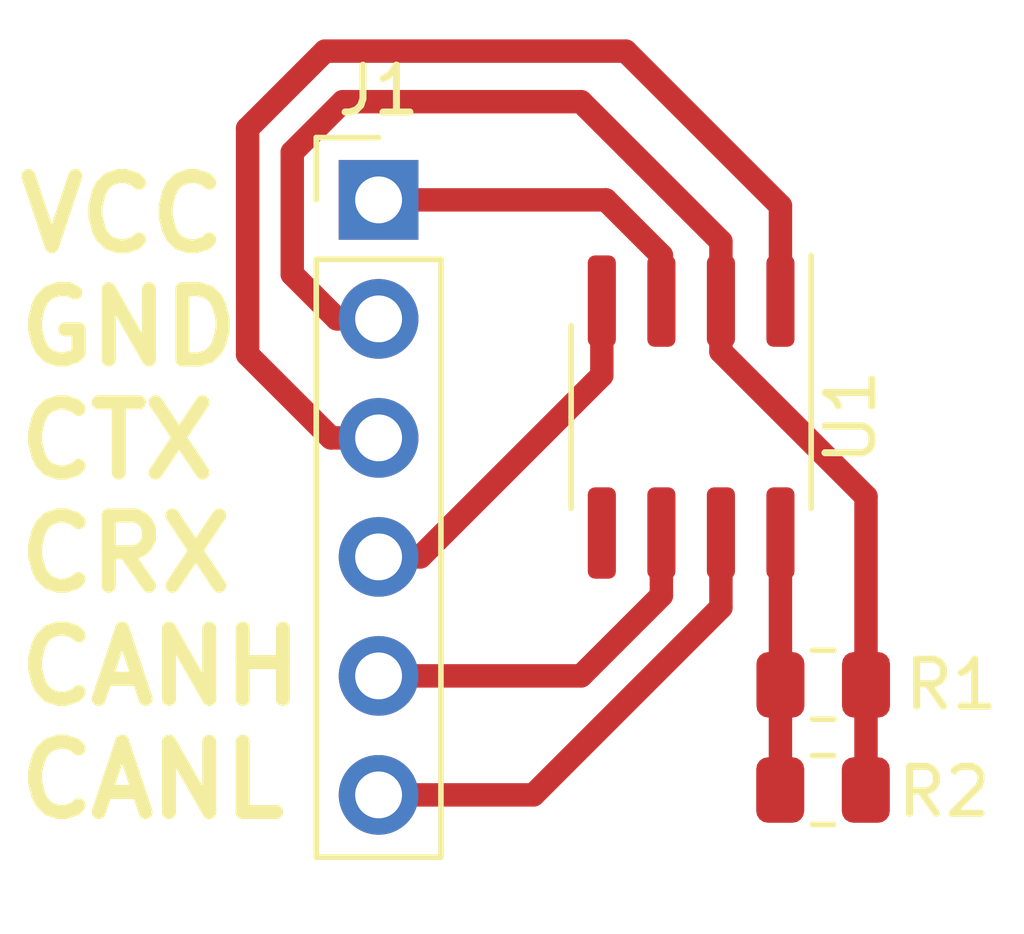
<source format=kicad_pcb>
(kicad_pcb (version 20171130) (host pcbnew "(5.1.8)-1")

  (general
    (thickness 1.6)
    (drawings 5)
    (tracks 36)
    (zones 0)
    (modules 4)
    (nets 9)
  )

  (page A4)
  (layers
    (0 F.Cu signal)
    (31 B.Cu signal)
    (32 B.Adhes user)
    (33 F.Adhes user)
    (34 B.Paste user)
    (35 F.Paste user)
    (36 B.SilkS user)
    (37 F.SilkS user)
    (38 B.Mask user)
    (39 F.Mask user)
    (40 Dwgs.User user)
    (41 Cmts.User user)
    (42 Eco1.User user)
    (43 Eco2.User user)
    (44 Edge.Cuts user)
    (45 Margin user)
    (46 B.CrtYd user)
    (47 F.CrtYd user)
    (48 B.Fab user)
    (49 F.Fab user)
  )

  (setup
    (last_trace_width 0.5)
    (trace_clearance 0.2)
    (zone_clearance 0.508)
    (zone_45_only no)
    (trace_min 0.2)
    (via_size 0.8)
    (via_drill 0.4)
    (via_min_size 0.4)
    (via_min_drill 0.3)
    (uvia_size 0.3)
    (uvia_drill 0.1)
    (uvias_allowed no)
    (uvia_min_size 0.2)
    (uvia_min_drill 0.1)
    (edge_width 0.05)
    (segment_width 0.2)
    (pcb_text_width 0.3)
    (pcb_text_size 1.5 1.5)
    (mod_edge_width 0.12)
    (mod_text_size 1 1)
    (mod_text_width 0.15)
    (pad_size 1.524 1.524)
    (pad_drill 0.762)
    (pad_to_mask_clearance 0)
    (aux_axis_origin 0 0)
    (visible_elements 7FFFFFFF)
    (pcbplotparams
      (layerselection 0x010fc_ffffffff)
      (usegerberextensions false)
      (usegerberattributes true)
      (usegerberadvancedattributes true)
      (creategerberjobfile true)
      (excludeedgelayer true)
      (linewidth 0.100000)
      (plotframeref false)
      (viasonmask false)
      (mode 1)
      (useauxorigin false)
      (hpglpennumber 1)
      (hpglpenspeed 20)
      (hpglpendiameter 15.000000)
      (psnegative false)
      (psa4output false)
      (plotreference true)
      (plotvalue true)
      (plotinvisibletext false)
      (padsonsilk false)
      (subtractmaskfromsilk false)
      (outputformat 1)
      (mirror false)
      (drillshape 1)
      (scaleselection 1)
      (outputdirectory ""))
  )

  (net 0 "")
  (net 1 +5V)
  (net 2 GND)
  (net 3 "Net-(J1-Pad3)")
  (net 4 "Net-(J1-Pad4)")
  (net 5 "Net-(J1-Pad5)")
  (net 6 "Net-(J1-Pad6)")
  (net 7 "Net-(U1-Pad5)")
  (net 8 "Net-(R1-Pad1)")

  (net_class Default "This is the default net class."
    (clearance 0.2)
    (trace_width 0.5)
    (via_dia 0.8)
    (via_drill 0.4)
    (uvia_dia 0.3)
    (uvia_drill 0.1)
    (diff_pair_width 0.2)
    (diff_pair_gap 0.5)
    (add_net +5V)
    (add_net GND)
    (add_net "Net-(J1-Pad3)")
    (add_net "Net-(J1-Pad4)")
    (add_net "Net-(J1-Pad5)")
    (add_net "Net-(J1-Pad6)")
    (add_net "Net-(R1-Pad1)")
    (add_net "Net-(U1-Pad5)")
  )

  (module Package_SO:SOIC-8_3.9x4.9mm_P1.27mm (layer F.Cu) (tedit 5D9F72B1) (tstamp 60087888)
    (at 187.3885 111.9505 270)
    (descr "SOIC, 8 Pin (JEDEC MS-012AA, https://www.analog.com/media/en/package-pcb-resources/package/pkg_pdf/soic_narrow-r/r_8.pdf), generated with kicad-footprint-generator ipc_gullwing_generator.py")
    (tags "SOIC SO")
    (path /60087AEF)
    (attr smd)
    (fp_text reference U1 (at 0 -3.4 90) (layer F.SilkS)
      (effects (font (size 1 1) (thickness 0.15)))
    )
    (fp_text value MCP2551-I-SN (at 0 3.4 90) (layer F.Fab) hide
      (effects (font (size 1 1) (thickness 0.15)))
    )
    (fp_line (start 0 2.56) (end 1.95 2.56) (layer F.SilkS) (width 0.12))
    (fp_line (start 0 2.56) (end -1.95 2.56) (layer F.SilkS) (width 0.12))
    (fp_line (start 0 -2.56) (end 1.95 -2.56) (layer F.SilkS) (width 0.12))
    (fp_line (start 0 -2.56) (end -3.45 -2.56) (layer F.SilkS) (width 0.12))
    (fp_line (start -0.975 -2.45) (end 1.95 -2.45) (layer F.Fab) (width 0.1))
    (fp_line (start 1.95 -2.45) (end 1.95 2.45) (layer F.Fab) (width 0.1))
    (fp_line (start 1.95 2.45) (end -1.95 2.45) (layer F.Fab) (width 0.1))
    (fp_line (start -1.95 2.45) (end -1.95 -1.475) (layer F.Fab) (width 0.1))
    (fp_line (start -1.95 -1.475) (end -0.975 -2.45) (layer F.Fab) (width 0.1))
    (fp_line (start -3.7 -2.7) (end -3.7 2.7) (layer F.CrtYd) (width 0.05))
    (fp_line (start -3.7 2.7) (end 3.7 2.7) (layer F.CrtYd) (width 0.05))
    (fp_line (start 3.7 2.7) (end 3.7 -2.7) (layer F.CrtYd) (width 0.05))
    (fp_line (start 3.7 -2.7) (end -3.7 -2.7) (layer F.CrtYd) (width 0.05))
    (fp_text user %R (at 0 0 90) (layer F.Fab)
      (effects (font (size 0.98 0.98) (thickness 0.15)))
    )
    (pad 1 smd roundrect (at -2.475 -1.905 270) (size 1.95 0.6) (layers F.Cu F.Paste F.Mask) (roundrect_rratio 0.25)
      (net 3 "Net-(J1-Pad3)"))
    (pad 2 smd roundrect (at -2.475 -0.635 270) (size 1.95 0.6) (layers F.Cu F.Paste F.Mask) (roundrect_rratio 0.25)
      (net 2 GND))
    (pad 3 smd roundrect (at -2.475 0.635 270) (size 1.95 0.6) (layers F.Cu F.Paste F.Mask) (roundrect_rratio 0.25)
      (net 1 +5V))
    (pad 4 smd roundrect (at -2.475 1.905 270) (size 1.95 0.6) (layers F.Cu F.Paste F.Mask) (roundrect_rratio 0.25)
      (net 4 "Net-(J1-Pad4)"))
    (pad 5 smd roundrect (at 2.475 1.905 270) (size 1.95 0.6) (layers F.Cu F.Paste F.Mask) (roundrect_rratio 0.25)
      (net 7 "Net-(U1-Pad5)"))
    (pad 6 smd roundrect (at 2.475 0.635 270) (size 1.95 0.6) (layers F.Cu F.Paste F.Mask) (roundrect_rratio 0.25)
      (net 5 "Net-(J1-Pad5)"))
    (pad 7 smd roundrect (at 2.475 -0.635 270) (size 1.95 0.6) (layers F.Cu F.Paste F.Mask) (roundrect_rratio 0.25)
      (net 6 "Net-(J1-Pad6)"))
    (pad 8 smd roundrect (at 2.475 -1.905 270) (size 1.95 0.6) (layers F.Cu F.Paste F.Mask) (roundrect_rratio 0.25)
      (net 8 "Net-(R1-Pad1)"))
    (model ${KISYS3DMOD}/Package_SO.3dshapes/SOIC-8_3.9x4.9mm_P1.27mm.wrl
      (at (xyz 0 0 0))
      (scale (xyz 1 1 1))
      (rotate (xyz 0 0 0))
    )
  )

  (module Resistor_SMD:R_0805_2012Metric (layer F.Cu) (tedit 5F68FEEE) (tstamp 60087962)
    (at 190.206 117.6655)
    (descr "Resistor SMD 0805 (2012 Metric), square (rectangular) end terminal, IPC_7351 nominal, (Body size source: IPC-SM-782 page 72, https://www.pcb-3d.com/wordpress/wp-content/uploads/ipc-sm-782a_amendment_1_and_2.pdf), generated with kicad-footprint-generator")
    (tags resistor)
    (path /60097110)
    (attr smd)
    (fp_text reference R1 (at 2.7305 0) (layer F.SilkS)
      (effects (font (size 1 1) (thickness 0.15)))
    )
    (fp_text value 10k (at 0 1.65) (layer F.Fab) hide
      (effects (font (size 1 1) (thickness 0.15)))
    )
    (fp_line (start 1.68 0.95) (end -1.68 0.95) (layer F.CrtYd) (width 0.05))
    (fp_line (start 1.68 -0.95) (end 1.68 0.95) (layer F.CrtYd) (width 0.05))
    (fp_line (start -1.68 -0.95) (end 1.68 -0.95) (layer F.CrtYd) (width 0.05))
    (fp_line (start -1.68 0.95) (end -1.68 -0.95) (layer F.CrtYd) (width 0.05))
    (fp_line (start -0.227064 0.735) (end 0.227064 0.735) (layer F.SilkS) (width 0.12))
    (fp_line (start -0.227064 -0.735) (end 0.227064 -0.735) (layer F.SilkS) (width 0.12))
    (fp_line (start 1 0.625) (end -1 0.625) (layer F.Fab) (width 0.1))
    (fp_line (start 1 -0.625) (end 1 0.625) (layer F.Fab) (width 0.1))
    (fp_line (start -1 -0.625) (end 1 -0.625) (layer F.Fab) (width 0.1))
    (fp_line (start -1 0.625) (end -1 -0.625) (layer F.Fab) (width 0.1))
    (fp_text user %R (at 0 0) (layer F.Fab)
      (effects (font (size 0.5 0.5) (thickness 0.08)))
    )
    (pad 2 smd roundrect (at 0.9125 0) (size 1.025 1.4) (layers F.Cu F.Paste F.Mask) (roundrect_rratio 0.2439014634146341)
      (net 2 GND))
    (pad 1 smd roundrect (at -0.9125 0) (size 1.025 1.4) (layers F.Cu F.Paste F.Mask) (roundrect_rratio 0.2439014634146341)
      (net 8 "Net-(R1-Pad1)"))
    (model ${KISYS3DMOD}/Resistor_SMD.3dshapes/R_0805_2012Metric.wrl
      (at (xyz 0 0 0))
      (scale (xyz 1 1 1))
      (rotate (xyz 0 0 0))
    )
  )

  (module Resistor_SMD:R_0805_2012Metric (layer F.Cu) (tedit 5F68FEEE) (tstamp 60087973)
    (at 190.201501 119.910501)
    (descr "Resistor SMD 0805 (2012 Metric), square (rectangular) end terminal, IPC_7351 nominal, (Body size source: IPC-SM-782 page 72, https://www.pcb-3d.com/wordpress/wp-content/uploads/ipc-sm-782a_amendment_1_and_2.pdf), generated with kicad-footprint-generator")
    (tags resistor)
    (path /60094D85)
    (attr smd)
    (fp_text reference R2 (at 2.584499 0.040999) (layer F.SilkS)
      (effects (font (size 1 1) (thickness 0.15)))
    )
    (fp_text value 10k (at 0 1.65) (layer F.Fab) hide
      (effects (font (size 1 1) (thickness 0.15)))
    )
    (fp_line (start -1 0.625) (end -1 -0.625) (layer F.Fab) (width 0.1))
    (fp_line (start -1 -0.625) (end 1 -0.625) (layer F.Fab) (width 0.1))
    (fp_line (start 1 -0.625) (end 1 0.625) (layer F.Fab) (width 0.1))
    (fp_line (start 1 0.625) (end -1 0.625) (layer F.Fab) (width 0.1))
    (fp_line (start -0.227064 -0.735) (end 0.227064 -0.735) (layer F.SilkS) (width 0.12))
    (fp_line (start -0.227064 0.735) (end 0.227064 0.735) (layer F.SilkS) (width 0.12))
    (fp_line (start -1.68 0.95) (end -1.68 -0.95) (layer F.CrtYd) (width 0.05))
    (fp_line (start -1.68 -0.95) (end 1.68 -0.95) (layer F.CrtYd) (width 0.05))
    (fp_line (start 1.68 -0.95) (end 1.68 0.95) (layer F.CrtYd) (width 0.05))
    (fp_line (start 1.68 0.95) (end -1.68 0.95) (layer F.CrtYd) (width 0.05))
    (fp_text user %R (at 0 0) (layer F.Fab)
      (effects (font (size 0.5 0.5) (thickness 0.08)))
    )
    (pad 1 smd roundrect (at -0.9125 0) (size 1.025 1.4) (layers F.Cu F.Paste F.Mask) (roundrect_rratio 0.2439014634146341)
      (net 8 "Net-(R1-Pad1)"))
    (pad 2 smd roundrect (at 0.9125 0) (size 1.025 1.4) (layers F.Cu F.Paste F.Mask) (roundrect_rratio 0.2439014634146341)
      (net 2 GND))
    (model ${KISYS3DMOD}/Resistor_SMD.3dshapes/R_0805_2012Metric.wrl
      (at (xyz 0 0 0))
      (scale (xyz 1 1 1))
      (rotate (xyz 0 0 0))
    )
  )

  (module Connector_PinHeader_2.54mm:PinHeader_1x06_P2.54mm_Vertical (layer F.Cu) (tedit 59FED5CC) (tstamp 60088234)
    (at 180.721 107.315)
    (descr "Through hole straight pin header, 1x06, 2.54mm pitch, single row")
    (tags "Through hole pin header THT 1x06 2.54mm single row")
    (path /6008B043)
    (fp_text reference J1 (at 0 -2.33) (layer F.SilkS)
      (effects (font (size 1 1) (thickness 0.15)))
    )
    (fp_text value Conn_01x06_Male (at 0 15.03) (layer F.Fab) hide
      (effects (font (size 1 1) (thickness 0.15)))
    )
    (fp_line (start -0.635 -1.27) (end 1.27 -1.27) (layer F.Fab) (width 0.1))
    (fp_line (start 1.27 -1.27) (end 1.27 13.97) (layer F.Fab) (width 0.1))
    (fp_line (start 1.27 13.97) (end -1.27 13.97) (layer F.Fab) (width 0.1))
    (fp_line (start -1.27 13.97) (end -1.27 -0.635) (layer F.Fab) (width 0.1))
    (fp_line (start -1.27 -0.635) (end -0.635 -1.27) (layer F.Fab) (width 0.1))
    (fp_line (start -1.33 14.03) (end 1.33 14.03) (layer F.SilkS) (width 0.12))
    (fp_line (start -1.33 1.27) (end -1.33 14.03) (layer F.SilkS) (width 0.12))
    (fp_line (start 1.33 1.27) (end 1.33 14.03) (layer F.SilkS) (width 0.12))
    (fp_line (start -1.33 1.27) (end 1.33 1.27) (layer F.SilkS) (width 0.12))
    (fp_line (start -1.33 0) (end -1.33 -1.33) (layer F.SilkS) (width 0.12))
    (fp_line (start -1.33 -1.33) (end 0 -1.33) (layer F.SilkS) (width 0.12))
    (fp_line (start -1.8 -1.8) (end -1.8 14.5) (layer F.CrtYd) (width 0.05))
    (fp_line (start -1.8 14.5) (end 1.8 14.5) (layer F.CrtYd) (width 0.05))
    (fp_line (start 1.8 14.5) (end 1.8 -1.8) (layer F.CrtYd) (width 0.05))
    (fp_line (start 1.8 -1.8) (end -1.8 -1.8) (layer F.CrtYd) (width 0.05))
    (fp_text user %R (at 0 6.35 90) (layer F.Fab)
      (effects (font (size 1 1) (thickness 0.15)))
    )
    (pad 1 thru_hole rect (at 0 0) (size 1.7 1.7) (drill 1) (layers *.Cu *.Mask)
      (net 1 +5V))
    (pad 2 thru_hole oval (at 0 2.54) (size 1.7 1.7) (drill 1) (layers *.Cu *.Mask)
      (net 2 GND))
    (pad 3 thru_hole oval (at 0 5.08) (size 1.7 1.7) (drill 1) (layers *.Cu *.Mask)
      (net 3 "Net-(J1-Pad3)"))
    (pad 4 thru_hole oval (at 0 7.62) (size 1.7 1.7) (drill 1) (layers *.Cu *.Mask)
      (net 4 "Net-(J1-Pad4)"))
    (pad 5 thru_hole oval (at 0 10.16) (size 1.7 1.7) (drill 1) (layers *.Cu *.Mask)
      (net 5 "Net-(J1-Pad5)"))
    (pad 6 thru_hole oval (at 0 12.7) (size 1.7 1.7) (drill 1) (layers *.Cu *.Mask)
      (net 6 "Net-(J1-Pad6)"))
    (model ${KISYS3DMOD}/Connector_PinHeader_2.54mm.3dshapes/PinHeader_1x06_P2.54mm_Vertical.wrl
      (at (xyz 0 0 0))
      (scale (xyz 1 1 1))
      (rotate (xyz 0 0 0))
    )
  )

  (gr_text "VCC\nGND\nCTX\nCRX\nCANH\nCANL" (at 172.9105 113.665) (layer F.SilkS)
    (effects (font (size 1.5 1.5) (thickness 0.3)) (justify left))
  )
  (gr_line (start 194.437 103.124) (end 172.72 103.124) (layer Dwgs.User) (width 0.15) (tstamp 600892AA))
  (gr_line (start 194.437 122.936) (end 194.437 103.124) (layer Dwgs.User) (width 0.15))
  (gr_line (start 172.72 122.936) (end 194.437 122.936) (layer Dwgs.User) (width 0.15))
  (gr_line (start 172.72 103.124) (end 172.72 122.936) (layer Dwgs.User) (width 0.15))

  (segment (start 186.7535 108.5005) (end 186.7535 109.4755) (width 0.5) (layer F.Cu) (net 1))
  (segment (start 185.568 107.315) (end 186.7535 108.5005) (width 0.5) (layer F.Cu) (net 1))
  (segment (start 180.721 107.315) (end 185.568 107.315) (width 0.5) (layer F.Cu) (net 1))
  (segment (start 191.1185 119.906002) (end 191.114001 119.910501) (width 0.5) (layer F.Cu) (net 2))
  (segment (start 191.1185 117.6655) (end 191.1185 119.906002) (width 0.5) (layer F.Cu) (net 2))
  (segment (start 191.1185 113.6485) (end 191.1185 117.6655) (width 0.5) (layer F.Cu) (net 2))
  (segment (start 188.0235 110.5535) (end 191.1185 113.6485) (width 0.5) (layer F.Cu) (net 2))
  (segment (start 188.0235 109.4755) (end 188.0235 110.5535) (width 0.5) (layer F.Cu) (net 2))
  (segment (start 179.959 105.2195) (end 185.039 105.2195) (width 0.5) (layer F.Cu) (net 2))
  (segment (start 178.8795 106.299) (end 179.959 105.2195) (width 0.5) (layer F.Cu) (net 2))
  (segment (start 178.8795 108.9025) (end 178.8795 106.299) (width 0.5) (layer F.Cu) (net 2))
  (segment (start 179.832 109.855) (end 178.8795 108.9025) (width 0.5) (layer F.Cu) (net 2))
  (segment (start 180.721 109.855) (end 179.832 109.855) (width 0.5) (layer F.Cu) (net 2))
  (segment (start 188.0235 108.204) (end 188.0235 109.4755) (width 0.5) (layer F.Cu) (net 2))
  (segment (start 185.039 105.2195) (end 188.0235 108.204) (width 0.5) (layer F.Cu) (net 2))
  (segment (start 179.578 104.14) (end 185.9915 104.14) (width 0.5) (layer F.Cu) (net 3))
  (segment (start 177.927 105.791) (end 179.578 104.14) (width 0.5) (layer F.Cu) (net 3))
  (segment (start 177.927 110.617) (end 177.927 105.791) (width 0.5) (layer F.Cu) (net 3))
  (segment (start 179.705 112.395) (end 177.927 110.617) (width 0.5) (layer F.Cu) (net 3))
  (segment (start 180.721 112.395) (end 179.705 112.395) (width 0.5) (layer F.Cu) (net 3))
  (segment (start 189.2935 107.442) (end 189.2935 109.4755) (width 0.5) (layer F.Cu) (net 3))
  (segment (start 185.9915 104.14) (end 189.2935 107.442) (width 0.5) (layer F.Cu) (net 3))
  (segment (start 185.4835 110.236) (end 185.4835 109.4755) (width 0.5) (layer F.Cu) (net 4))
  (segment (start 185.4835 111.0615) (end 185.4835 109.4755) (width 0.5) (layer F.Cu) (net 4))
  (segment (start 181.61 114.935) (end 185.4835 111.0615) (width 0.5) (layer F.Cu) (net 4))
  (segment (start 180.721 114.935) (end 181.61 114.935) (width 0.5) (layer F.Cu) (net 4))
  (segment (start 186.7535 115.7605) (end 186.7535 114.4255) (width 0.5) (layer F.Cu) (net 5))
  (segment (start 185.039 117.475) (end 186.7535 115.7605) (width 0.5) (layer F.Cu) (net 5))
  (segment (start 180.721 117.475) (end 185.039 117.475) (width 0.5) (layer F.Cu) (net 5))
  (segment (start 188.0235 116.0145) (end 188.0235 114.4255) (width 0.5) (layer F.Cu) (net 6))
  (segment (start 184.023 120.015) (end 188.0235 116.0145) (width 0.5) (layer F.Cu) (net 6))
  (segment (start 180.721 120.015) (end 184.023 120.015) (width 0.5) (layer F.Cu) (net 6))
  (segment (start 189.297999 114.429999) (end 189.2935 114.4255) (width 0.25) (layer F.Cu) (net 8))
  (segment (start 189.2935 119.906002) (end 189.289001 119.910501) (width 0.5) (layer F.Cu) (net 8))
  (segment (start 189.2935 117.6655) (end 189.2935 119.906002) (width 0.5) (layer F.Cu) (net 8))
  (segment (start 189.2935 114.4255) (end 189.2935 117.6655) (width 0.5) (layer F.Cu) (net 8))

)

</source>
